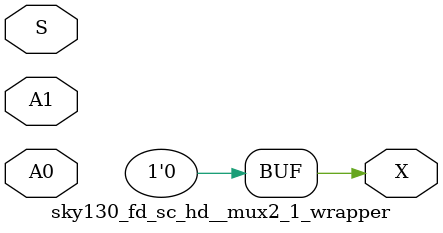
<source format=v>
module sky130_fd_sc_hd__inv_1(	// file.cleaned.mlir:2:3
  input  A,	// file.cleaned.mlir:2:40
  output Y	// file.cleaned.mlir:2:53
);

  assign Y = 1'h0;	// file.cleaned.mlir:3:14, :4:5
endmodule

module sky130_fd_sc_hd__buf_2(	// file.cleaned.mlir:6:3
  input  A,	// file.cleaned.mlir:6:40
  output X	// file.cleaned.mlir:6:53
);

  assign X = 1'h0;	// file.cleaned.mlir:7:14, :8:5
endmodule

module sky130_fd_sc_hd__buf_4(	// file.cleaned.mlir:10:3
  input  A,	// file.cleaned.mlir:10:40
  output X	// file.cleaned.mlir:10:53
);

  assign X = 1'h0;	// file.cleaned.mlir:11:14, :12:5
endmodule

module sky130_fd_sc_hd__inv_2(	// file.cleaned.mlir:14:3
  input  A,	// file.cleaned.mlir:14:40
  output Y	// file.cleaned.mlir:14:53
);

  assign Y = 1'h0;	// file.cleaned.mlir:15:14, :16:5
endmodule

module sky130_fd_sc_hd__or2_1(	// file.cleaned.mlir:18:3
  input  A,	// file.cleaned.mlir:18:40
         B,	// file.cleaned.mlir:18:52
  output X	// file.cleaned.mlir:18:65
);

  assign X = 1'h0;	// file.cleaned.mlir:19:14, :20:5
endmodule

module sky130_fd_sc_hd__mux2_1(	// file.cleaned.mlir:22:3
  input  A1,	// file.cleaned.mlir:22:41
         A0,	// file.cleaned.mlir:22:54
         S,	// file.cleaned.mlir:22:67
  output X	// file.cleaned.mlir:22:80
);

  assign X = 1'h0;	// file.cleaned.mlir:23:14, :24:5
endmodule

module sky130_fd_sc_hd__sdfrtp_1(	// file.cleaned.mlir:26:3
  input  SCE,	// file.cleaned.mlir:26:43
         D,	// file.cleaned.mlir:26:57
         SCD,	// file.cleaned.mlir:26:69
         RESET_B,	// file.cleaned.mlir:26:83
         CLK,	// file.cleaned.mlir:26:101
  output Q	// file.cleaned.mlir:26:116
);

  assign Q = 1'h0;	// file.cleaned.mlir:27:14, :28:5
endmodule

module sky130_fd_sc_hd__dfrtp_1(	// file.cleaned.mlir:30:3
  input  RESET_B,	// file.cleaned.mlir:30:42
         CLK,	// file.cleaned.mlir:30:60
         D,	// file.cleaned.mlir:30:74
  output Q	// file.cleaned.mlir:30:87
);

  assign Q = 1'h0;	// file.cleaned.mlir:31:14, :32:5
endmodule

module io(	// file.cleaned.mlir:34:3
  input  IO_ISOL_N,	// file.cleaned.mlir:34:20
         SOC_IN,	// file.cleaned.mlir:34:40
         FPGA_OUT,	// file.cleaned.mlir:34:57
         FPGA_DIR,	// file.cleaned.mlir:34:76
  output SOC_OUT,	// file.cleaned.mlir:34:96
         SOC_DIR,	// file.cleaned.mlir:34:114
         FPGA_IN	// file.cleaned.mlir:34:132
);

  assign SOC_OUT = 1'h0;	// file.cleaned.mlir:35:14, :36:5
  assign SOC_DIR = 1'h0;	// file.cleaned.mlir:35:14, :36:5
  assign FPGA_IN = 1'h0;	// file.cleaned.mlir:35:14, :36:5
endmodule

module sky130_fd_sc_hd__mux2_1_wrapper(	// file.cleaned.mlir:38:3
  input  A0,	// file.cleaned.mlir:38:49
         A1,	// file.cleaned.mlir:38:62
         S,	// file.cleaned.mlir:38:75
  output X	// file.cleaned.mlir:38:88
);

  assign X = 1'h0;	// file.cleaned.mlir:39:14, :40:5
endmodule


</source>
